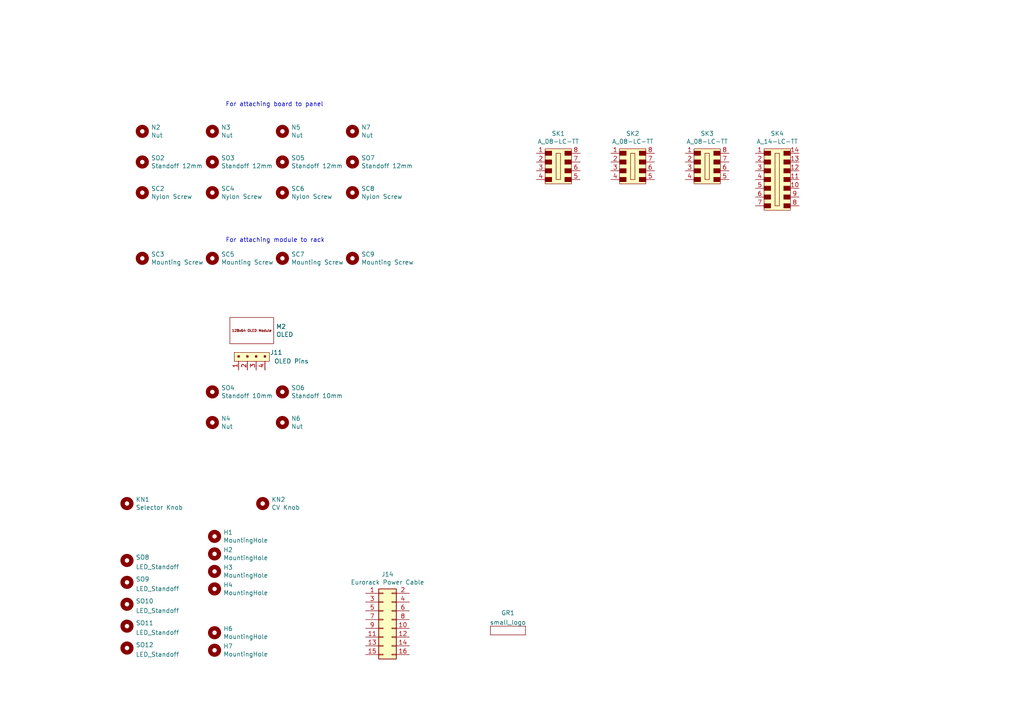
<source format=kicad_sch>
(kicad_sch (version 20211123) (generator eeschema)
  (paper "A4")
  (title_block (title "Spankulator") (rev "5.2") (company "Greenface Labs"))
  (lib_symbols
    (symbol "Connector_Generic:Conn_02x08_Odd_Even" (pin_names (offset 1.016) hide)
      (property "Reference" "J" (at 1.27 10.16 0))
      (property "Value" "Conn_02x08_Odd_Even" (at 1.27 -12.7 0))
      (symbol "Conn_02x08_Odd_Even_1_1"
        (rectangle (start -1.27 -10.033) (end 0 -10.287) (stroke (width 0.1524)))
        (rectangle (start -1.27 -7.493) (end 0 -7.747) (stroke (width 0.1524)))
        (rectangle (start -1.27 -4.953) (end 0 -5.207) (stroke (width 0.1524)))
        (rectangle (start -1.27 -2.413) (end 0 -2.667) (stroke (width 0.1524)))
        (rectangle (start -1.27 0.127) (end 0 -0.127) (stroke (width 0.1524)))
        (rectangle (start -1.27 2.667) (end 0 2.413) (stroke (width 0.1524)))
        (rectangle (start -1.27 5.207) (end 0 4.953) (stroke (width 0.1524)))
        (rectangle (start -1.27 7.747) (end 0 7.493) (stroke (width 0.1524)))
        (rectangle (start -1.27 8.89) (end 3.81 -11.43) (stroke (width 0.254)) (fill (type background)))
        (rectangle (start 3.81 -10.033) (end 2.54 -10.287) (stroke (width 0.1524)))
        (rectangle (start 3.81 -7.493) (end 2.54 -7.747) (stroke (width 0.1524)))
        (rectangle (start 3.81 -4.953) (end 2.54 -5.207) (stroke (width 0.1524)))
        (rectangle (start 3.81 -2.413) (end 2.54 -2.667) (stroke (width 0.1524)))
        (rectangle (start 3.81 0.127) (end 2.54 -0.127) (stroke (width 0.1524)))
        (rectangle (start 3.81 2.667) (end 2.54 2.413) (stroke (width 0.1524)))
        (rectangle (start 3.81 5.207) (end 2.54 4.953) (stroke (width 0.1524)))
        (rectangle (start 3.81 7.747) (end 2.54 7.493) (stroke (width 0.1524)))
        (pin passive line (at -5.08 7.62 0) (length 3.81) (name "Pin_1") (number "1"))
        (pin passive line (at 7.62 -2.54 180) (length 3.81) (name "Pin_10") (number "10"))
        (pin passive line (at -5.08 -5.08 0) (length 3.81) (name "Pin_11") (number "11"))
        (pin passive line (at 7.62 -5.08 180) (length 3.81) (name "Pin_12") (number "12"))
        (pin passive line (at -5.08 -7.62 0) (length 3.81) (name "Pin_13") (number "13"))
        (pin passive line (at 7.62 -7.62 180) (length 3.81) (name "Pin_14") (number "14"))
        (pin passive line (at -5.08 -10.16 0) (length 3.81) (name "Pin_15") (number "15"))
        (pin passive line (at 7.62 -10.16 180) (length 3.81) (name "Pin_16") (number "16"))
        (pin passive line (at 7.62 7.62 180) (length 3.81) (name "Pin_2") (number "2"))
        (pin passive line (at -5.08 5.08 0) (length 3.81) (name "Pin_3") (number "3"))
        (pin passive line (at 7.62 5.08 180) (length 3.81) (name "Pin_4") (number "4"))
        (pin passive line (at -5.08 2.54 0) (length 3.81) (name "Pin_5") (number "5"))
        (pin passive line (at 7.62 2.54 180) (length 3.81) (name "Pin_6") (number "6"))
        (pin passive line (at -5.08 0 0) (length 3.81) (name "Pin_7") (number "7"))
        (pin passive line (at 7.62 0 180) (length 3.81) (name "Pin_8") (number "8"))
        (pin passive line (at -5.08 -2.54 0) (length 3.81) (name "Pin_9") (number "9"))
      )
    )
    (symbol "Mechanical:MountingHole" (pin_names (offset 1.016))
      (property "Reference" "H" (at 0 5.08 0))
      (property "Value" "MountingHole" (at 0 3.175 0))
      (symbol "MountingHole_0_1"
        (circle (center 0 0) (radius 1.27) (stroke (width 1.27)))
      )
    )
    (symbol "dk_Rectangular-Connectors-Headers-Male-Pins:0022232041" (pin_names (offset 1.016))
      (property "Reference" "J" (at -2.54 1.27 0))
      (property "Value" "dk_Rectangular-Connectors-Headers-Male-Pins_0022232041" (at 3.81 -3.81 0))
      (symbol "0022232041_1_1"
        (rectangle (start -1.27 0) (end 8.89 -2.54) (fill (type background)))
        (rectangle (start -0.254 -1.143) (end 0.254 -1.651) (fill (type outline)))
        (rectangle (start 2.286 -1.143) (end 2.794 -1.651) (fill (type outline)))
        (rectangle (start 4.826 -1.143) (end 5.334 -1.651) (fill (type outline)))
        (rectangle (start 7.366 -1.143) (end 7.874 -1.651) (fill (type outline)))
        (pin passive line (at 0 2.54 270) (length 2.54) (name "~") (number "1"))
        (pin passive line (at 2.54 2.54 270) (length 2.54) (name "~") (number "2"))
        (pin passive line (at 5.08 2.54 270) (length 2.54) (name "~") (number "3"))
        (pin passive line (at 7.62 2.54 270) (length 2.54) (name "~") (number "4"))
      )
    )
    (symbol "dk_Sockets-for-ICs-Transistors:A_08-LC-TT" (pin_names (offset 1.016))
      (property "Reference" "J" (at -3.81 6.35 0))
      (property "Value" "dk_Sockets-for-ICs-Transistors_A_08-LC-TT" (at 0 -6.35 0))
      (symbol "A_08-LC-TT_1_1"
        (rectangle (start -3.81 -3.175) (end -1.905 -4.445) (fill (type outline)))
        (rectangle (start -3.81 -0.635) (end -1.905 -1.905) (fill (type outline)))
        (rectangle (start -3.81 1.905) (end -1.905 0.635) (fill (type outline)))
        (rectangle (start -3.81 4.445) (end -1.905 3.175) (fill (type outline)))
        (rectangle (start -3.81 5.08) (end 3.81 -5.08) (fill (type background)))
        (rectangle (start -0.635 3.81) (end 0.635 -3.81))
        (rectangle (start 1.905 -3.175) (end 3.81 -4.445) (fill (type outline)))
        (rectangle (start 1.905 -0.635) (end 3.81 -1.905) (fill (type outline)))
        (rectangle (start 1.905 1.905) (end 3.81 0.635) (fill (type outline)))
        (rectangle (start 1.905 4.445) (end 3.81 3.175) (fill (type outline)))
        (pin passive line (at -6.35 3.81 0) (length 2.54) (name "~") (number "1"))
        (pin passive line (at -6.35 1.27 0) (length 2.54) (name "~") (number "2"))
        (pin passive line (at -6.35 -1.27 0) (length 2.54) (name "~") (number "3"))
        (pin passive line (at -6.35 -3.81 0) (length 2.54) (name "~") (number "4"))
        (pin passive line (at 6.35 -3.81 180) (length 2.54) (name "~") (number "5"))
        (pin passive line (at 6.35 -1.27 180) (length 2.54) (name "~") (number "6"))
        (pin passive line (at 6.35 1.27 180) (length 2.54) (name "~") (number "7"))
        (pin passive line (at 6.35 3.81 180) (length 2.54) (name "~") (number "8"))
      )
    )
    (symbol "dk_Sockets-for-ICs-Transistors:A_14-LC-TT" (pin_names (offset 1.016))
      (property "Reference" "J" (at -3.81 7.62 0))
      (property "Value" "dk_Sockets-for-ICs-Transistors_A_14-LC-TT" (at 0 -12.7 0))
      (symbol "A_14-LC-TT_1_1"
        (rectangle (start -3.81 -9.525) (end -1.905 -10.795) (fill (type outline)))
        (rectangle (start -3.81 -6.985) (end -1.905 -8.255) (fill (type outline)))
        (rectangle (start -3.81 -4.445) (end -1.905 -5.715) (fill (type outline)))
        (rectangle (start -3.81 -1.905) (end -1.905 -3.175) (fill (type outline)))
        (rectangle (start -3.81 0.635) (end -1.905 -0.635) (fill (type outline)))
        (rectangle (start -3.81 3.175) (end -1.905 1.905) (fill (type outline)))
        (rectangle (start -3.81 5.715) (end -1.905 4.445) (fill (type outline)))
        (rectangle (start -3.81 6.35) (end 3.81 -11.43) (fill (type background)))
        (rectangle (start -0.635 5.08) (end 0.635 -10.16))
        (rectangle (start 1.905 -9.525) (end 3.81 -10.795) (fill (type outline)))
        (rectangle (start 1.905 -6.985) (end 3.81 -8.255) (fill (type outline)))
        (rectangle (start 1.905 -4.445) (end 3.81 -5.715) (fill (type outline)))
        (rectangle (start 1.905 -1.905) (end 3.81 -3.175) (fill (type outline)))
        (rectangle (start 1.905 0.635) (end 3.81 -0.635) (fill (type outline)))
        (rectangle (start 1.905 3.175) (end 3.81 1.905) (fill (type outline)))
        (rectangle (start 1.905 5.715) (end 3.81 4.445) (fill (type outline)))
        (pin passive line (at -6.35 5.08 0) (length 2.54) (name "~") (number "1"))
        (pin passive line (at 6.35 -5.08 180) (length 2.54) (name "~") (number "10"))
        (pin passive line (at 6.35 -2.54 180) (length 2.54) (name "~") (number "11"))
        (pin passive line (at 6.35 0 180) (length 2.54) (name "~") (number "12"))
        (pin passive line (at 6.35 2.54 180) (length 2.54) (name "~") (number "13"))
        (pin passive line (at 6.35 5.08 180) (length 2.54) (name "~") (number "14"))
        (pin passive line (at -6.35 2.54 0) (length 2.54) (name "~") (number "2"))
        (pin passive line (at -6.35 0 0) (length 2.54) (name "~") (number "3"))
        (pin passive line (at -6.35 -2.54 0) (length 2.54) (name "~") (number "4"))
        (pin passive line (at -6.35 -5.08 0) (length 2.54) (name "~") (number "5"))
        (pin passive line (at -6.35 -7.62 0) (length 2.54) (name "~") (number "6"))
        (pin passive line (at -6.35 -10.16 0) (length 2.54) (name "~") (number "7"))
        (pin passive line (at 6.35 -10.16 180) (length 2.54) (name "~") (number "8"))
        (pin passive line (at 6.35 -7.62 180) (length 2.54) (name "~") (number "9"))
      )
    )
    (symbol "greenface-symbols:OLED_Module" (pin_names (offset 1.016))
      (property "Reference" "M" (at -6.35 10.16 0))
      (property "Value" "OLED_Module" (at 0 0 0))
      (symbol "OLED_Module_0_0"
        (text "128x64 OLED Module" (at 0 5.08 0) (effects (font (size 0.7112 0.7112))))
      )
      (symbol "OLED_Module_0_1"
        (rectangle (start -6.35 8.89) (end 6.35 1.27))
      )
    )
    (symbol "greenface-symbols:small_logo" (pin_numbers hide) (pin_names (offset 0) hide)
      (property "Reference" "GR" (at 0 -2.54 0))
      (property "Value" "small_logo" (at 0 0 0))
      (symbol "small_logo_0_1"
        (rectangle (start -5.08 -1.27) (end -5.08 1.27))
        (rectangle (start -5.08 1.27) (end 5.08 1.27))
        (rectangle (start 5.08 -1.27) (end -5.08 -1.27))
        (rectangle (start 5.08 1.27) (end 5.08 -1.27))
      )
    )
    (symbol "greenface:LED_Standoff" (pin_names (offset 1.016))
      (property "Reference" "SO" (at 0 5.08 0))
      (property "Value" "LED_Standoff" (at 0 3.175 0))
      (symbol "LED_Standoff_0_1"
        (circle (center 0 0) (radius 1.27) (stroke (width 1.27)))
      )
    )
  )
  (text "For attaching module to rack" (at 65.405 70.485 0) (effects (font (size 1.27 1.27)) (justify left bottom)))
  (text "For attaching board to panel" (at 65.405 31.115 0) (effects (font (size 1.27 1.27)) (justify left bottom)))
  (symbol (lib_id "dk_Sockets-for-ICs-Transistors:A_14-LC-TT") (at 225.425 49.53 0) (unit 1) (on_board no)
    (property "Reference" "SK4" (at 225.425 38.735 0))
    (property "Value" "A_14-LC-TT" (at 225.425 41.0464 0))
    (property "Datasheet" "http://www.assmann-wsw.com/fileadmin/datasheets/ASS_0810_CO.pdf" (effects hide))
    (property "Digi-Key Part" "AE9989-ND" (effects hide))
    (property "LCSC Part #" "none" (effects hide))
  )
  (symbol (lib_id "Mechanical:MountingHole") (at 61.595 74.93 0) (unit 1) (on_board no)
    (property "Reference" "SC5" (at 64.135 73.7616 0) (effects (justify left)))
    (property "Value" "Mounting Screw" (at 64.135 76.073 0) (effects (justify left)))
    (property "Digi-Key Part" "335-1156-ND" (effects hide))
  )
  (symbol (lib_id "greenface:LED_Standoff") (at 36.83 162.56 0) (unit 1) (on_board no)
    (property "Reference" "SO8" (at 39.37 161.6515 0) (effects (justify left)))
    (property "Value" "LED_Standoff" (at 39.37 164.4266 0) (effects (justify left)))
    (property "Digi-Key Part" "732-11607-ND" (effects hide))
  )
  (symbol (lib_id "Mechanical:MountingHole") (at 102.235 46.99 0) (unit 1) (on_board no)
    (property "Reference" "SO7" (at 104.775 45.8216 0) (effects (justify left)))
    (property "Value" "Standoff 12mm" (at 104.775 48.133 0) (effects (justify left)))
    (property "Digi-Key Part" "732-13063-ND" (effects hide))
  )
  (symbol (lib_id "Mechanical:MountingHole") (at 62.23 155.575 0) (unit 1) (in_bom no)
    (property "Reference" "H1" (at 64.77 154.4066 0) (effects (justify left)))
    (property "Value" "MountingHole" (at 64.77 156.718 0) (effects (justify left)))
    (property "Footprint" "MountingHole:MountingHole_2.5mm" (effects hide))
  )
  (symbol (lib_id "Mechanical:MountingHole") (at 41.275 38.1 0) (unit 1) (on_board no)
    (property "Reference" "N2" (at 43.815 36.9316 0) (effects (justify left)))
    (property "Value" "Nut" (at 43.815 39.243 0) (effects (justify left)))
    (property "Digi-Key Part" "36-4687-ND" (effects hide))
  )
  (symbol (lib_id "greenface:LED_Standoff") (at 36.83 187.96 0) (unit 1) (on_board no)
    (property "Reference" "SO12" (at 39.37 187.0515 0) (effects (justify left)))
    (property "Value" "LED_Standoff" (at 39.37 189.8266 0) (effects (justify left)))
    (property "Digi-Key Part" "732-11607-ND" (effects hide))
  )
  (symbol (lib_id "dk_Sockets-for-ICs-Transistors:A_08-LC-TT") (at 183.515 48.26 0) (unit 1) (on_board no)
    (property "Reference" "SK2" (at 183.515 38.735 0))
    (property "Value" "A_08-LC-TT" (at 183.515 41.0464 0))
    (property "Footprint" "Package_DIP:DIP-8_W7.62mm_Socket" (effects hide))
    (property "Datasheet" "http://www.assmann-wsw.com/fileadmin/datasheets/ASS_0810_CO.pdf" (effects hide))
    (property "Digi-Key Part" "AE9986-ND" (effects hide))
    (property "LCSC Part #" "none" (effects hide))
  )
  (symbol (lib_id "Connector_Generic:Conn_02x08_Odd_Even") (at 111.125 179.705 0) (unit 1) (on_board no)
    (property "Reference" "J14" (at 112.395 166.5732 0))
    (property "Value" "Eurorack Power Cable" (at 112.395 168.8846 0))
    (property "Digi-Key Part" "H3CCS-1618G-ND" (effects hide))
  )
  (symbol (lib_id "Mechanical:MountingHole") (at 76.2 146.05 0) (unit 1) (on_board no)
    (property "Reference" "KN2" (at 78.74 144.8816 0) (effects (justify left)))
    (property "Value" "CV Knob" (at 78.74 147.193 0) (effects (justify left)))
    (property "Digi-Key Part" "1722-1241-ND" (effects hide))
    (property "DK-Alt" "1722-1314-ND" (effects hide))
  )
  (symbol (lib_id "Mechanical:MountingHole") (at 61.595 46.99 0) (unit 1) (on_board no)
    (property "Reference" "SO3" (at 64.135 45.8216 0) (effects (justify left)))
    (property "Value" "Standoff 12mm" (at 64.135 48.133 0) (effects (justify left)))
    (property "Digi-Key Part" "732-13063-ND" (effects hide))
  )
  (symbol (lib_id "Mechanical:MountingHole") (at 62.23 160.655 0) (unit 1) (in_bom no)
    (property "Reference" "H2" (at 64.77 159.4866 0) (effects (justify left)))
    (property "Value" "MountingHole" (at 64.77 161.798 0) (effects (justify left)))
    (property "Footprint" "MountingHole:MountingHole_2.5mm" (effects hide))
  )
  (symbol (lib_id "Mechanical:MountingHole") (at 81.915 113.665 0) (unit 1) (on_board no)
    (property "Reference" "SO6" (at 84.455 112.4966 0) (effects (justify left)))
    (property "Value" "Standoff 10mm" (at 84.455 114.808 0) (effects (justify left)))
    (property "Digi-Key Part" "732-13055-ND" (effects hide))
  )
  (symbol (lib_id "Mechanical:MountingHole") (at 41.275 46.99 0) (unit 1) (on_board no)
    (property "Reference" "SO2" (at 43.815 45.8216 0) (effects (justify left)))
    (property "Value" "Standoff 12mm" (at 43.815 48.133 0) (effects (justify left)))
    (property "Digi-Key Part" "732-13063-ND" (effects hide))
  )
  (symbol (lib_id "Mechanical:MountingHole") (at 36.83 146.05 0) (unit 1) (on_board no)
    (property "Reference" "KN1" (at 39.37 144.8816 0) (effects (justify left)))
    (property "Value" "Selector Knob" (at 39.37 147.193 0) (effects (justify left)))
    (property "Digi-Key Part" "226-4215-ND" (effects hide))
  )
  (symbol (lib_id "Mechanical:MountingHole") (at 62.23 188.595 0) (unit 1) (in_bom no)
    (property "Reference" "H7" (at 64.77 187.4266 0) (effects (justify left)))
    (property "Value" "MountingHole" (at 64.77 189.738 0) (effects (justify left)))
    (property "Footprint" "sputterizer:MountingHole_2.5mm-No-Margin" (effects hide))
  )
  (symbol (lib_id "Mechanical:MountingHole") (at 41.275 74.93 0) (unit 1) (on_board no)
    (property "Reference" "SC3" (at 43.815 73.7616 0) (effects (justify left)))
    (property "Value" "Mounting Screw" (at 43.815 76.073 0) (effects (justify left)))
    (property "Digi-Key Part" "335-1156-ND" (effects hide))
  )
  (symbol (lib_id "Mechanical:MountingHole") (at 41.275 55.88 0) (unit 1) (on_board no)
    (property "Reference" "SC2" (at 43.815 54.7116 0) (effects (justify left)))
    (property "Value" "Nylon Screw" (at 43.815 57.023 0) (effects (justify left)))
    (property "Digi-Key Part" "36-29331-ND" (effects hide))
  )
  (symbol (lib_id "greenface:LED_Standoff") (at 36.83 175.26 0) (unit 1) (on_board no)
    (property "Reference" "SO10" (at 39.37 174.3515 0) (effects (justify left)))
    (property "Value" "LED_Standoff" (at 39.37 177.1266 0) (effects (justify left)))
    (property "Digi-Key Part" "732-11607-ND" (effects hide))
  )
  (symbol (lib_id "dk_Sockets-for-ICs-Transistors:A_08-LC-TT") (at 161.925 48.26 0) (unit 1) (on_board no)
    (property "Reference" "SK1" (at 161.925 38.735 0))
    (property "Value" "A_08-LC-TT" (at 161.925 41.0464 0))
    (property "Footprint" "Package_DIP:DIP-8_W7.62mm_Socket" (effects hide))
    (property "Datasheet" "http://www.assmann-wsw.com/fileadmin/datasheets/ASS_0810_CO.pdf" (effects hide))
    (property "Digi-Key Part" "AE9986-ND" (effects hide))
    (property "LCSC Part #" "none" (effects hide))
  )
  (symbol (lib_id "Mechanical:MountingHole") (at 61.595 122.555 0) (unit 1) (on_board no)
    (property "Reference" "N4" (at 64.135 121.3866 0) (effects (justify left)))
    (property "Value" "Nut" (at 64.135 123.698 0) (effects (justify left)))
    (property "Digi-Key Part" "36-4687-ND" (effects hide))
  )
  (symbol (lib_id "greenface:LED_Standoff") (at 36.83 168.91 0) (unit 1) (on_board no)
    (property "Reference" "SO9" (at 39.37 168.0015 0) (effects (justify left)))
    (property "Value" "LED_Standoff" (at 39.37 170.7766 0) (effects (justify left)))
    (property "Digi-Key Part" "732-11607-ND" (effects hide))
  )
  (symbol (lib_id "Mechanical:MountingHole") (at 61.595 55.88 0) (unit 1) (on_board no)
    (property "Reference" "SC4" (at 64.135 54.7116 0) (effects (justify left)))
    (property "Value" "Nylon Screw" (at 64.135 57.023 0) (effects (justify left)))
    (property "Digi-Key Part" "36-29331-ND" (effects hide))
  )
  (symbol (lib_id "Mechanical:MountingHole") (at 61.595 113.665 0) (unit 1) (on_board no)
    (property "Reference" "SO4" (at 64.135 112.4966 0) (effects (justify left)))
    (property "Value" "Standoff 10mm" (at 64.135 114.808 0) (effects (justify left)))
    (property "Digi-Key Part" "732-13055-ND" (effects hide))
  )
  (symbol (lib_id "Mechanical:MountingHole") (at 81.915 74.93 0) (unit 1) (on_board no)
    (property "Reference" "SC7" (at 84.455 73.7616 0) (effects (justify left)))
    (property "Value" "Mounting Screw" (at 84.455 76.073 0) (effects (justify left)))
    (property "Digi-Key Part" "335-1156-ND" (effects hide))
  )
  (symbol (lib_id "dk_Rectangular-Connectors-Headers-Male-Pins:0022232041") (at 69.215 104.775 0) (mirror x) (unit 1) (on_board no)
    (property "Reference" "J11" (at 81.915 102.235 0) (effects (justify right)))
    (property "Value" "OLED Pins" (at 89.535 104.775 0) (effects (justify right)))
    (property "Digi-Key Part" "732-5317-ND" (effects hide))
  )
  (symbol (lib_id "greenface:LED_Standoff") (at 36.83 181.61 0) (unit 1) (on_board no)
    (property "Reference" "SO11" (at 39.37 180.7015 0) (effects (justify left)))
    (property "Value" "LED_Standoff" (at 39.37 183.4766 0) (effects (justify left)))
    (property "Digi-Key Part" "732-11607-ND" (effects hide))
  )
  (symbol (lib_id "Mechanical:MountingHole") (at 102.235 74.93 0) (unit 1) (on_board no)
    (property "Reference" "SC9" (at 104.775 73.7616 0) (effects (justify left)))
    (property "Value" "Mounting Screw" (at 104.775 76.073 0) (effects (justify left)))
    (property "Digi-Key Part" "335-1156-ND" (effects hide))
  )
  (symbol (lib_id "Mechanical:MountingHole") (at 81.915 38.1 0) (unit 1) (on_board no)
    (property "Reference" "N5" (at 84.455 36.9316 0) (effects (justify left)))
    (property "Value" "Nut" (at 84.455 39.243 0) (effects (justify left)))
    (property "Digi-Key Part" "36-4687-ND" (effects hide))
  )
  (symbol (lib_id "Mechanical:MountingHole") (at 62.23 183.515 0) (unit 1) (in_bom no)
    (property "Reference" "H6" (at 64.77 182.3466 0) (effects (justify left)))
    (property "Value" "MountingHole" (at 64.77 184.658 0) (effects (justify left)))
    (property "Footprint" "sputterizer:MountingHole_2.5mm-No-Margin" (effects hide))
  )
  (symbol (lib_id "dk_Sockets-for-ICs-Transistors:A_08-LC-TT") (at 205.105 48.26 0) (unit 1) (on_board no)
    (property "Reference" "SK3" (at 205.105 38.735 0))
    (property "Value" "A_08-LC-TT" (at 205.105 41.0464 0))
    (property "Footprint" "Package_DIP:DIP-8_W7.62mm_Socket" (effects hide))
    (property "Datasheet" "http://www.assmann-wsw.com/fileadmin/datasheets/ASS_0810_CO.pdf" (effects hide))
    (property "Digi-Key Part" "AE9986-ND" (effects hide))
    (property "LCSC Part #" "none" (effects hide))
  )
  (symbol (lib_id "Mechanical:MountingHole") (at 81.915 46.99 0) (unit 1) (on_board no)
    (property "Reference" "SO5" (at 84.455 45.8216 0) (effects (justify left)))
    (property "Value" "Standoff 12mm" (at 84.455 48.133 0) (effects (justify left)))
    (property "Digi-Key Part" "732-13063-ND" (effects hide))
  )
  (symbol (lib_id "Mechanical:MountingHole") (at 62.23 170.815 0) (unit 1) (in_bom no)
    (property "Reference" "H4" (at 64.77 169.6466 0) (effects (justify left)))
    (property "Value" "MountingHole" (at 64.77 171.958 0) (effects (justify left)))
    (property "Footprint" "MountingHole:MountingHole_2.5mm" (effects hide))
  )
  (symbol (lib_id "Mechanical:MountingHole") (at 81.915 122.555 0) (unit 1) (on_board no)
    (property "Reference" "N6" (at 84.455 121.3866 0) (effects (justify left)))
    (property "Value" "Nut" (at 84.455 123.698 0) (effects (justify left)))
    (property "Digi-Key Part" "36-4687-ND" (effects hide))
  )
  (symbol (lib_id "Mechanical:MountingHole") (at 102.235 38.1 0) (unit 1) (on_board no)
    (property "Reference" "N7" (at 104.775 36.9316 0) (effects (justify left)))
    (property "Value" "Nut" (at 104.775 39.243 0) (effects (justify left)))
    (property "Digi-Key Part" "36-4687-ND" (effects hide))
  )
  (symbol (lib_id "greenface-symbols:OLED_Module") (at 73.025 100.965 0) (unit 1) (on_board no)
    (property "Reference" "M2" (at 80.0862 94.7166 0) (effects (justify left)))
    (property "Value" "OLED" (at 80.0862 97.028 0) (effects (justify left)))
    (property "URL" "https://www.amazon.com/gp/product/B072Q2X2LL/" (effects hide))
  )
  (symbol (lib_id "greenface-symbols:small_logo") (at 147.32 182.88 0) (unit 1) (in_bom no)
    (property "Reference" "GR1" (at 147.32 177.7705 0))
    (property "Value" "small_logo" (at 147.32 180.5456 0))
    (property "Footprint" "panel:small_face" (effects hide))
  )
  (symbol (lib_id "Mechanical:MountingHole") (at 81.915 55.88 0) (unit 1) (on_board no)
    (property "Reference" "SC6" (at 84.455 54.7116 0) (effects (justify left)))
    (property "Value" "Nylon Screw" (at 84.455 57.023 0) (effects (justify left)))
    (property "Digi-Key Part" "36-29331-ND" (effects hide))
  )
  (symbol (lib_id "Mechanical:MountingHole") (at 62.23 165.735 0) (unit 1) (in_bom no)
    (property "Reference" "H3" (at 64.77 164.5666 0) (effects (justify left)))
    (property "Value" "MountingHole" (at 64.77 166.878 0) (effects (justify left)))
    (property "Footprint" "MountingHole:MountingHole_2.5mm" (effects hide))
  )
  (symbol (lib_id "Mechanical:MountingHole") (at 61.595 38.1 0) (unit 1) (on_board no)
    (property "Reference" "N3" (at 64.135 36.9316 0) (effects (justify left)))
    (property "Value" "Nut" (at 64.135 39.243 0) (effects (justify left)))
    (property "Digi-Key Part" "36-4687-ND" (effects hide))
  )
  (symbol (lib_id "Mechanical:MountingHole") (at 102.235 55.88 0) (unit 1) (on_board no)
    (property "Reference" "SC8" (at 104.775 54.7116 0) (effects (justify left)))
    (property "Value" "Nylon Screw" (at 104.775 57.023 0) (effects (justify left)))
    (property "Digi-Key Part" "36-29331-ND" (effects hide))
  )
)
</source>
